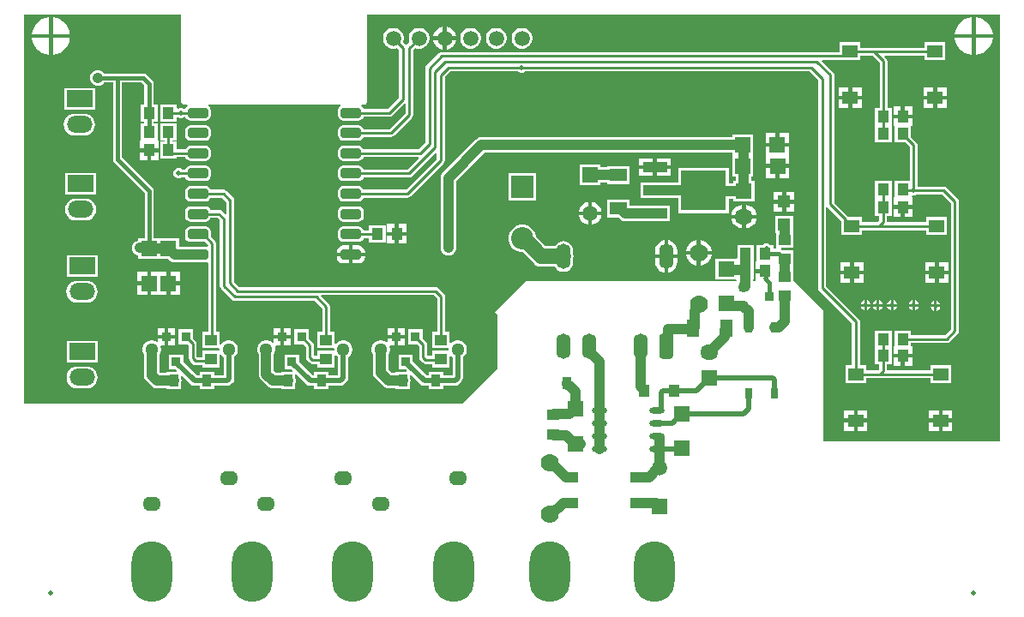
<source format=gtl>
G04*
G04 #@! TF.GenerationSoftware,Altium Limited,Altium Designer,21.2.1 (34)*
G04*
G04 Layer_Physical_Order=1*
G04 Layer_Color=255*
%FSTAX24Y24*%
%MOIN*%
G70*
G04*
G04 #@! TF.SameCoordinates,9334BE2B-5F1B-4A57-B983-AC11F37A1BB9*
G04*
G04*
G04 #@! TF.FilePolarity,Positive*
G04*
G01*
G75*
%ADD14C,0.0100*%
%ADD19C,0.0197*%
G04:AMPARAMS|DCode=20|XSize=39.4mil|YSize=78.7mil|CornerRadius=9.8mil|HoleSize=0mil|Usage=FLASHONLY|Rotation=90.000|XOffset=0mil|YOffset=0mil|HoleType=Round|Shape=RoundedRectangle|*
%AMROUNDEDRECTD20*
21,1,0.0394,0.0591,0,0,90.0*
21,1,0.0197,0.0787,0,0,90.0*
1,1,0.0197,0.0295,0.0098*
1,1,0.0197,0.0295,-0.0098*
1,1,0.0197,-0.0295,-0.0098*
1,1,0.0197,-0.0295,0.0098*
%
%ADD20ROUNDEDRECTD20*%
%ADD21R,0.0630X0.0598*%
%ADD22R,0.0394X0.0472*%
%ADD23O,0.0591X0.0236*%
%ADD24R,0.0472X0.0394*%
%ADD25R,0.0600X0.0500*%
%ADD26R,0.0449X0.0472*%
%ADD27R,0.0472X0.0449*%
%ADD28R,0.0500X0.0650*%
%ADD29R,0.0315X0.0394*%
%ADD30R,0.0374X0.0354*%
%ADD31R,0.0512X0.0453*%
%ADD32R,0.0598X0.0630*%
%ADD33R,0.0945X0.0394*%
%ADD34R,0.1772X0.1575*%
%ADD35R,0.0650X0.0500*%
%ADD36R,0.0358X0.0480*%
%ADD37R,0.0354X0.0374*%
%ADD72C,0.0150*%
%ADD73C,0.0394*%
%ADD74C,0.0591*%
%ADD75C,0.0200*%
%ADD76C,0.0591*%
%ADD77R,0.0591X0.0591*%
%ADD78O,0.1575X0.2362*%
%ADD79C,0.0700*%
%ADD80C,0.0866*%
%ADD81R,0.0866X0.0866*%
%ADD82O,0.1000X0.0650*%
%ADD83R,0.1000X0.0650*%
%ADD84R,0.0622X0.0591*%
%ADD85O,0.0709X0.0591*%
%ADD86O,0.0551X0.0984*%
G04:AMPARAMS|DCode=87|XSize=98.4mil|YSize=55.1mil|CornerRadius=13.8mil|HoleSize=0mil|Usage=FLASHONLY|Rotation=90.000|XOffset=0mil|YOffset=0mil|HoleType=Round|Shape=RoundedRectangle|*
%AMROUNDEDRECTD87*
21,1,0.0984,0.0276,0,0,90.0*
21,1,0.0709,0.0551,0,0,90.0*
1,1,0.0276,0.0138,0.0354*
1,1,0.0276,0.0138,-0.0354*
1,1,0.0276,-0.0138,-0.0354*
1,1,0.0276,-0.0138,0.0354*
%
%ADD87ROUNDEDRECTD87*%
%ADD88C,0.0598*%
%ADD89O,0.0709X0.0551*%
%ADD90C,0.0512*%
%ADD91C,0.0197*%
%ADD92C,0.0394*%
G36*
X050577Y04273D02*
X050577Y02712D01*
X04374D01*
X0437Y02716D01*
Y032204D01*
X042564Y03334D01*
X042536D01*
Y03384D01*
X042536D01*
Y03388D01*
X042536D01*
Y034528D01*
X042116D01*
X042098Y034546D01*
X042085Y034555D01*
X042073Y034623D01*
X04208Y034632D01*
X042536D01*
Y03528D01*
X042536D01*
Y035873D01*
X041824D01*
Y035221D01*
X041864D01*
Y034648D01*
X041864Y034632D01*
X041828Y034598D01*
X04176D01*
Y034756D01*
X041614D01*
X041602Y034768D01*
X041529Y034798D01*
X041451D01*
X041378Y034768D01*
X041366Y034756D01*
X041112D01*
Y034116D01*
X041062D01*
Y033805D01*
X041436D01*
Y033655D01*
X041062D01*
Y033344D01*
X041013Y03334D01*
X040956D01*
Y033394D01*
X041008D01*
Y034066D01*
X041008D01*
X041008Y034084D01*
X041008D01*
Y034756D01*
X04036D01*
Y034266D01*
X040345Y034222D01*
X039515D01*
Y033424D01*
X040296D01*
X040322Y033378D01*
X040307Y033341D01*
X040306Y03334D01*
X03214Y03334D01*
X03093Y03213D01*
X03103Y03203D01*
Y02994D01*
X02967Y02858D01*
X012653D01*
X012653Y043707D01*
X018737D01*
Y04036D01*
X018749Y040301D01*
X018782Y040252D01*
X018831Y040219D01*
X01889Y040207D01*
X018983D01*
X018998Y040157D01*
X018962Y040133D01*
X018918Y040067D01*
X018914Y040049D01*
X018866Y040044D01*
X018852Y040058D01*
X018779Y040088D01*
X018701D01*
X018628Y040058D01*
X018624Y040055D01*
X018574Y04007D01*
Y040216D01*
X017926D01*
Y039544D01*
X018574D01*
Y039706D01*
X018624Y039725D01*
X018628Y039722D01*
X018701Y039692D01*
X018779D01*
X018852Y039722D01*
X018865Y039735D01*
X018915Y039729D01*
X018918Y039716D01*
X018962Y03965D01*
X019027Y039606D01*
X019105Y039591D01*
X019695D01*
X019773Y039606D01*
X019838Y03965D01*
X019882Y039716D01*
X019898Y039793D01*
Y03999D01*
X019882Y040067D01*
X019838Y040133D01*
X019802Y040157D01*
X019817Y040207D01*
X024923D01*
X024938Y040157D01*
X024902Y040133D01*
X024858Y040067D01*
X024842Y03999D01*
Y039793D01*
X024858Y039716D01*
X024902Y03965D01*
X024967Y039606D01*
X025045Y039591D01*
X025635D01*
X025713Y039606D01*
X025778Y03965D01*
X025822Y039716D01*
X025827Y039738D01*
X026831D01*
X02689Y03975D01*
X026939Y039783D01*
X027411Y040255D01*
X027457Y040236D01*
Y039863D01*
X026851Y039257D01*
X025827D01*
X025822Y03928D01*
X025778Y039346D01*
X025713Y03939D01*
X025635Y039405D01*
X025045D01*
X024967Y03939D01*
X024902Y039346D01*
X024858Y03928D01*
X024842Y039203D01*
Y039006D01*
X024858Y038928D01*
X024902Y038863D01*
X024967Y038819D01*
X025045Y038804D01*
X025635D01*
X025713Y038819D01*
X025778Y038863D01*
X025822Y038928D01*
X025827Y038951D01*
X026914D01*
X026973Y038963D01*
X027022Y038996D01*
X027718Y039692D01*
X027751Y039741D01*
X027763Y0398D01*
Y042347D01*
X027835Y042419D01*
X027836Y042418D01*
X027937Y042391D01*
X028043D01*
X028144Y042418D01*
X028235Y042471D01*
X028309Y042545D01*
X028362Y042636D01*
X028389Y042737D01*
Y042843D01*
X028362Y042944D01*
X028309Y043035D01*
X028235Y043109D01*
X028144Y043162D01*
X028043Y043189D01*
X027937D01*
X027836Y043162D01*
X027745Y043109D01*
X027671Y043035D01*
X027618Y042944D01*
X027591Y042843D01*
Y042737D01*
X027618Y042636D01*
X027619Y042635D01*
X027522Y042538D01*
X027477Y04253D01*
X027456Y04254D01*
X027361Y042635D01*
X027362Y042636D01*
X027389Y042737D01*
Y042843D01*
X027362Y042944D01*
X027309Y043035D01*
X027235Y043109D01*
X027144Y043162D01*
X027043Y043189D01*
X026937D01*
X026836Y043162D01*
X026745Y043109D01*
X026671Y043035D01*
X026618Y042944D01*
X026591Y042843D01*
Y042737D01*
X026618Y042636D01*
X026671Y042545D01*
X026745Y042471D01*
X026836Y042418D01*
X026937Y042391D01*
X027043D01*
X027144Y042418D01*
X027145Y042419D01*
X027207Y042357D01*
Y040484D01*
X026768Y040044D01*
X025827D01*
X025822Y040067D01*
X025778Y040133D01*
X025742Y040157D01*
X025757Y040207D01*
X02583D01*
X025889Y040219D01*
X025938Y040252D01*
X025971Y040301D01*
X025983Y04036D01*
Y043707D01*
X050577D01*
Y04273D01*
D02*
G37*
%LPC*%
G36*
X049624Y043616D02*
Y042951D01*
X050289D01*
X050261Y043092D01*
X050205Y043227D01*
X050124Y043348D01*
X050021Y043451D01*
X0499Y043532D01*
X049765Y043588D01*
X049624Y043616D01*
D02*
G37*
G36*
X049474D02*
X049333Y043588D01*
X049198Y043532D01*
X049077Y043451D01*
X048974Y043348D01*
X048893Y043227D01*
X048837Y043092D01*
X048809Y042951D01*
X049474D01*
Y043616D01*
D02*
G37*
G36*
X013756D02*
Y042951D01*
X014421D01*
X014393Y043092D01*
X014337Y043227D01*
X014256Y043348D01*
X014153Y043451D01*
X014032Y043532D01*
X013897Y043588D01*
X013756Y043616D01*
D02*
G37*
G36*
X013606D02*
X013465Y043588D01*
X01333Y043532D01*
X013209Y043451D01*
X013106Y043348D01*
X013025Y043227D01*
X012969Y043092D01*
X012941Y042951D01*
X013606D01*
Y043616D01*
D02*
G37*
G36*
X029065Y043235D02*
Y042865D01*
X029435D01*
X029409Y042963D01*
X029349Y043066D01*
X029266Y043149D01*
X029163Y043209D01*
X029065Y043235D01*
D02*
G37*
G36*
X028915D02*
X028817Y043209D01*
X028714Y043149D01*
X028631Y043066D01*
X028571Y042963D01*
X028545Y042865D01*
X028915D01*
Y043235D01*
D02*
G37*
G36*
X04845Y04263D02*
X04765D01*
Y042423D01*
X04515D01*
Y04263D01*
X04435D01*
Y042258D01*
X028869D01*
X028811Y042246D01*
X028761Y042213D01*
X028282Y041734D01*
X028249Y041684D01*
X028237Y041626D01*
Y038743D01*
X027964Y03847D01*
X025827D01*
X025822Y038493D01*
X025778Y038559D01*
X025713Y038602D01*
X025635Y038618D01*
X025045D01*
X024967Y038602D01*
X024902Y038559D01*
X024858Y038493D01*
X024842Y038416D01*
Y038219D01*
X024858Y038141D01*
X024902Y038076D01*
X024967Y038032D01*
X025045Y038016D01*
X025635D01*
X025713Y038032D01*
X025778Y038076D01*
X025822Y038141D01*
X025827Y038164D01*
X027958D01*
X027979Y038114D01*
X027547Y037683D01*
X025827D01*
X025822Y037706D01*
X025778Y037771D01*
X025713Y037815D01*
X025635Y037831D01*
X025045D01*
X024967Y037815D01*
X024902Y037771D01*
X024858Y037706D01*
X024842Y037628D01*
Y037432D01*
X024858Y037354D01*
X024902Y037289D01*
X024967Y037245D01*
X025045Y037229D01*
X025635D01*
X025713Y037245D01*
X025778Y037289D01*
X025822Y037354D01*
X025827Y037377D01*
X027611D01*
X027669Y037389D01*
X027719Y037422D01*
X028641Y038344D01*
X028687Y038325D01*
Y038093D01*
X02749Y036896D01*
X025827D01*
X025822Y036919D01*
X025778Y036984D01*
X025713Y037028D01*
X025635Y037044D01*
X025045D01*
X024967Y037028D01*
X024902Y036984D01*
X024858Y036919D01*
X024842Y036841D01*
Y036644D01*
X024858Y036567D01*
X024902Y036501D01*
X024967Y036458D01*
X025045Y036442D01*
X025635D01*
X025713Y036458D01*
X025778Y036501D01*
X025822Y036567D01*
X025827Y03659D01*
X027553D01*
X027611Y036602D01*
X027661Y036635D01*
X028948Y037922D01*
X028981Y037971D01*
X028993Y03803D01*
Y041277D01*
X029213Y041497D01*
X031852D01*
X031873Y041477D01*
X031946Y041447D01*
X032024D01*
X032097Y041477D01*
X032118Y041497D01*
X043167D01*
X043507Y041157D01*
Y03308D01*
X043518Y033022D01*
X043552Y032972D01*
X044817Y031707D01*
Y03007D01*
X04457D01*
Y02937D01*
X04537D01*
Y029567D01*
X04592D01*
X04592Y029567D01*
X04787D01*
Y02937D01*
X04867D01*
Y03007D01*
X04787D01*
Y029873D01*
X046183D01*
Y030104D01*
X046368D01*
Y030776D01*
X046364D01*
Y031426D01*
X045716D01*
Y030754D01*
X04572D01*
Y030104D01*
X045877D01*
Y029893D01*
X045857Y029873D01*
X04537D01*
Y03007D01*
X045123D01*
Y03177D01*
X045111Y031829D01*
X045078Y031878D01*
X043813Y033144D01*
Y036205D01*
X043859Y036221D01*
X043863Y036221D01*
X04442Y035664D01*
Y03513D01*
X04522D01*
Y035327D01*
X0457D01*
X0457Y035327D01*
X04772D01*
Y03513D01*
X04852D01*
Y03583D01*
X04772D01*
Y035633D01*
X046197D01*
X046183Y03565D01*
Y035884D01*
X046368D01*
Y036525D01*
X046368Y036556D01*
X046368Y036556D01*
X046364Y036574D01*
X046364D01*
Y037246D01*
X045716D01*
Y036605D01*
X045716Y036574D01*
X045716Y036574D01*
X04572Y036556D01*
X04572D01*
Y035884D01*
X045877D01*
Y035713D01*
X045797Y035633D01*
X0457D01*
X0457Y035633D01*
X04522D01*
Y03583D01*
X044684D01*
X044678Y035838D01*
X044123Y036393D01*
Y041374D01*
X044111Y041432D01*
X044078Y041482D01*
X043654Y041906D01*
X043673Y041952D01*
X04435D01*
Y04193D01*
X04515D01*
Y042117D01*
X045607D01*
X045891Y041833D01*
Y040086D01*
X04572D01*
Y039414D01*
X045716Y039406D01*
X045716D01*
Y038734D01*
X046364D01*
Y039406D01*
X046368Y039414D01*
X046368D01*
Y040086D01*
X046197D01*
Y041896D01*
X046185Y041955D01*
X046152Y042004D01*
X046085Y042071D01*
X046105Y042117D01*
X04765D01*
Y04193D01*
X04845D01*
Y04263D01*
D02*
G37*
G36*
X032043Y043189D02*
X031937D01*
X031836Y043162D01*
X031745Y043109D01*
X031671Y043035D01*
X031618Y042944D01*
X031591Y042843D01*
Y042737D01*
X031618Y042636D01*
X031671Y042545D01*
X031745Y042471D01*
X031836Y042418D01*
X031937Y042391D01*
X032043D01*
X032144Y042418D01*
X032235Y042471D01*
X032309Y042545D01*
X032362Y042636D01*
X032389Y042737D01*
Y042843D01*
X032362Y042944D01*
X032309Y043035D01*
X032235Y043109D01*
X032144Y043162D01*
X032043Y043189D01*
D02*
G37*
G36*
X031043D02*
X030937D01*
X030836Y043162D01*
X030745Y043109D01*
X030671Y043035D01*
X030618Y042944D01*
X030591Y042843D01*
Y042737D01*
X030618Y042636D01*
X030671Y042545D01*
X030745Y042471D01*
X030836Y042418D01*
X030937Y042391D01*
X031043D01*
X031144Y042418D01*
X031235Y042471D01*
X031309Y042545D01*
X031362Y042636D01*
X031389Y042737D01*
Y042843D01*
X031362Y042944D01*
X031309Y043035D01*
X031235Y043109D01*
X031144Y043162D01*
X031043Y043189D01*
D02*
G37*
G36*
X030043D02*
X029937D01*
X029836Y043162D01*
X029745Y043109D01*
X029671Y043035D01*
X029618Y042944D01*
X029591Y042843D01*
Y042737D01*
X029618Y042636D01*
X029671Y042545D01*
X029745Y042471D01*
X029836Y042418D01*
X029937Y042391D01*
X030043D01*
X030144Y042418D01*
X030235Y042471D01*
X030309Y042545D01*
X030362Y042636D01*
X030389Y042737D01*
Y042843D01*
X030362Y042944D01*
X030309Y043035D01*
X030235Y043109D01*
X030144Y043162D01*
X030043Y043189D01*
D02*
G37*
G36*
X029435Y042715D02*
X029065D01*
Y042345D01*
X029163Y042371D01*
X029266Y042431D01*
X029349Y042514D01*
X029409Y042617D01*
X029435Y042715D01*
D02*
G37*
G36*
X028915D02*
X028545D01*
X028571Y042617D01*
X028631Y042514D01*
X028714Y042431D01*
X028817Y042371D01*
X028915Y042345D01*
Y042715D01*
D02*
G37*
G36*
X050289Y042801D02*
X049624D01*
Y042136D01*
X049765Y042164D01*
X0499Y042219D01*
X050021Y042301D01*
X050124Y042404D01*
X050205Y042525D01*
X050261Y04266D01*
X050289Y042801D01*
D02*
G37*
G36*
X049474D02*
X048809D01*
X048837Y04266D01*
X048893Y042525D01*
X048974Y042404D01*
X049077Y042301D01*
X049198Y042219D01*
X049333Y042164D01*
X049474Y042136D01*
Y042801D01*
D02*
G37*
G36*
X014421D02*
X013756D01*
Y042136D01*
X013897Y042164D01*
X014032Y042219D01*
X014153Y042301D01*
X014256Y042404D01*
X014337Y042525D01*
X014393Y04266D01*
X014421Y042801D01*
D02*
G37*
G36*
X013606D02*
X012941D01*
X012969Y04266D01*
X013025Y042525D01*
X013106Y042404D01*
X013209Y042301D01*
X01333Y042219D01*
X013465Y042164D01*
X013606Y042136D01*
Y042801D01*
D02*
G37*
G36*
X0452Y04088D02*
X044825D01*
Y040555D01*
X0452D01*
Y04088D01*
D02*
G37*
G36*
X044675D02*
X0443D01*
Y040555D01*
X044675D01*
Y04088D01*
D02*
G37*
G36*
X0485Y04088D02*
X048125D01*
Y040555D01*
X0485D01*
Y04088D01*
D02*
G37*
G36*
X047975D02*
X0476D01*
Y040555D01*
X047975D01*
Y04088D01*
D02*
G37*
G36*
X0485Y040405D02*
X048125D01*
Y04008D01*
X0485D01*
Y040405D01*
D02*
G37*
G36*
X047975D02*
X0476D01*
Y04008D01*
X047975D01*
Y040405D01*
D02*
G37*
G36*
X0452Y040405D02*
X044825D01*
Y04008D01*
X0452D01*
Y040405D01*
D02*
G37*
G36*
X044675D02*
X0443D01*
Y04008D01*
X044675D01*
Y040405D01*
D02*
G37*
G36*
X015216Y040858D02*
X015201Y040855D01*
X01419D01*
Y040005D01*
X01539D01*
Y040855D01*
X015231D01*
X015216Y040858D01*
D02*
G37*
G36*
X04717Y040136D02*
X046871D01*
Y039825D01*
X04717D01*
Y040136D01*
D02*
G37*
G36*
X046721D02*
X046422D01*
Y039825D01*
X046721D01*
Y040136D01*
D02*
G37*
G36*
X014965Y039859D02*
X014615D01*
X014504Y039844D01*
X014401Y039801D01*
X014312Y039733D01*
X014244Y039644D01*
X014201Y039541D01*
X014186Y03943D01*
X014201Y039319D01*
X014244Y039216D01*
X014312Y039127D01*
X014401Y039059D01*
X014504Y039016D01*
X014615Y039001D01*
X014965D01*
X015076Y039016D01*
X015179Y039059D01*
X015268Y039127D01*
X015336Y039216D01*
X015379Y039319D01*
X015394Y03943D01*
X015379Y039541D01*
X015336Y039644D01*
X015268Y039733D01*
X015179Y039801D01*
X015076Y039844D01*
X014965Y039859D01*
D02*
G37*
G36*
X019695Y039405D02*
X019105D01*
X019027Y03939D01*
X018962Y039346D01*
X018918Y03928D01*
X018902Y039203D01*
Y039006D01*
X018918Y038928D01*
X018962Y038863D01*
X019027Y038819D01*
X019105Y038804D01*
X019695D01*
X019773Y038819D01*
X019838Y038863D01*
X019882Y038928D01*
X019898Y039006D01*
Y039203D01*
X019882Y03928D01*
X019838Y039346D01*
X019773Y03939D01*
X019695Y039405D01*
D02*
G37*
G36*
X042366Y039105D02*
X041991D01*
Y038715D01*
X042366D01*
Y039105D01*
D02*
G37*
G36*
X041841D02*
X041467D01*
Y038715D01*
X041841D01*
Y039105D01*
D02*
G37*
G36*
X0155Y041549D02*
X015423Y041539D01*
X01535Y041509D01*
X015288Y041462D01*
X015241Y0414D01*
X015211Y041327D01*
X015201Y04125D01*
X015211Y041173D01*
X015241Y0411D01*
X015288Y041038D01*
X015298Y041028D01*
X01536Y040981D01*
X015433Y040951D01*
X01551Y040941D01*
X015587Y040951D01*
X01566Y040981D01*
X015722Y041028D01*
X015747Y041062D01*
X016092D01*
Y03808D01*
X016105Y038012D01*
X016144Y037954D01*
X017322Y036776D01*
Y035002D01*
X017085D01*
Y034922D01*
X017055Y034918D01*
X016982Y034888D01*
X01692Y034841D01*
X016873Y034779D01*
X016843Y034707D01*
X016833Y034629D01*
X016843Y034552D01*
X016873Y034479D01*
X01692Y034417D01*
X016982Y03437D01*
X017055Y03434D01*
X017085Y034336D01*
Y034204D01*
X018242D01*
X018276Y03417D01*
X018338Y034122D01*
X018368Y03411D01*
X01841Y034092D01*
X018488Y034082D01*
X019098D01*
X019105Y034081D01*
X019695D01*
X019741Y03409D01*
X019791Y034053D01*
Y03138D01*
X019564D01*
Y030732D01*
X020192D01*
X020237Y030727D01*
X02024Y030683D01*
Y030677D01*
X020237Y030633D01*
X020192Y030628D01*
X019564D01*
Y030383D01*
X019363D01*
X019353Y030393D01*
Y030894D01*
X019341Y030953D01*
X019308Y031002D01*
X019201Y031109D01*
Y031467D01*
X018647D01*
Y030893D01*
X018985D01*
X019047Y030831D01*
Y03033D01*
X019059Y030271D01*
X019092Y030222D01*
X019192Y030122D01*
X019241Y030089D01*
X0193Y030077D01*
X019564D01*
Y02998D01*
X020236D01*
Y030491D01*
X020286Y030505D01*
X020311Y030461D01*
X020378Y030395D01*
X020392Y030387D01*
Y029684D01*
X020023D01*
Y02982D01*
X019465D01*
Y029684D01*
X01934D01*
X018827Y030197D01*
Y030483D01*
X018273D01*
Y029909D01*
X018539D01*
X018581Y029866D01*
X018562Y02982D01*
X018177D01*
Y029779D01*
X017924D01*
X017903Y0298D01*
Y030487D01*
X017936Y030543D01*
X01796Y030633D01*
Y030727D01*
X017942Y030793D01*
X017974Y030843D01*
X018101D01*
Y031105D01*
X017849D01*
Y031006D01*
X017799Y030978D01*
X017741Y031012D01*
X017651Y031036D01*
X017557D01*
X017467Y031012D01*
X017385Y030965D01*
X017319Y030899D01*
X017272Y030817D01*
X017248Y030727D01*
Y030633D01*
X017272Y030543D01*
X017305Y030487D01*
Y029676D01*
X017315Y029599D01*
X017345Y029526D01*
X017392Y029464D01*
X017588Y029268D01*
X01765Y029221D01*
X017723Y029191D01*
X0178Y029181D01*
X018177D01*
Y02914D01*
X018735D01*
Y029378D01*
X018746Y029403D01*
X018756Y02948D01*
X018746Y029557D01*
X018735Y029582D01*
Y029647D01*
X018782Y029666D01*
X019112Y029336D01*
X019178Y029292D01*
X019256Y029276D01*
X019465D01*
Y02914D01*
X020023D01*
Y029276D01*
X020537D01*
X020616Y029292D01*
X020682Y029336D01*
X02072Y029375D01*
X020744Y02939D01*
X020788Y029457D01*
X020804Y029535D01*
X0208Y029554D01*
Y030387D01*
X020815Y030395D01*
X020881Y030461D01*
X020928Y030543D01*
X020952Y030633D01*
Y030727D01*
X020928Y030817D01*
X020881Y030899D01*
X020815Y030965D01*
X020733Y031012D01*
X020643Y031036D01*
X020549D01*
X020459Y031012D01*
X020378Y030965D01*
X020311Y030899D01*
X020286Y030855D01*
X020236Y030869D01*
Y03138D01*
X020097D01*
Y034822D01*
X020085Y03488D01*
X020052Y03493D01*
X019898Y035084D01*
Y035267D01*
X019882Y035344D01*
X019838Y03541D01*
X019773Y035454D01*
X019695Y035469D01*
X019105D01*
X019027Y035454D01*
X018962Y03541D01*
X018918Y035344D01*
X018902Y035267D01*
Y03507D01*
X018918Y034993D01*
X018962Y034927D01*
X019027Y034883D01*
X019105Y034868D01*
X019681D01*
X019791Y034758D01*
Y03471D01*
X019741Y034673D01*
X019695Y034682D01*
X019105D01*
X019098Y034681D01*
X018665D01*
Y035002D01*
X017678D01*
Y03685D01*
X017678Y03685D01*
X017665Y036918D01*
X017626Y036976D01*
X017626Y036976D01*
X016448Y038154D01*
Y041062D01*
X017206D01*
X01732Y040948D01*
Y040216D01*
X017174D01*
Y039544D01*
X01732D01*
Y039491D01*
X017174D01*
X017174Y038819D01*
X017125Y038816D01*
X017124D01*
Y038505D01*
X017872D01*
Y038816D01*
X017871D01*
X017822Y038819D01*
X017822Y038866D01*
Y039491D01*
X017676D01*
Y039544D01*
X017822D01*
Y040216D01*
X017676D01*
Y041022D01*
X017663Y04109D01*
X017624Y041148D01*
X017624Y041148D01*
X017406Y041366D01*
X017348Y041405D01*
X01728Y041418D01*
X015747D01*
X015722Y041452D01*
X015712Y041462D01*
X01565Y041509D01*
X015577Y041539D01*
X0155Y041549D01*
D02*
G37*
G36*
X017872Y038355D02*
X017573D01*
Y038044D01*
X017872D01*
Y038355D01*
D02*
G37*
G36*
X017423D02*
X017124D01*
Y038044D01*
X017423D01*
Y038355D01*
D02*
G37*
G36*
X018574Y039491D02*
X017926D01*
Y038819D01*
X018097D01*
Y038766D01*
X017926D01*
Y038094D01*
X018574D01*
Y038164D01*
X018913D01*
X018918Y038141D01*
X018962Y038076D01*
X019027Y038032D01*
X019105Y038016D01*
X019695D01*
X019773Y038032D01*
X019838Y038076D01*
X019882Y038141D01*
X019898Y038219D01*
Y038416D01*
X019882Y038493D01*
X019838Y038559D01*
X019773Y038602D01*
X019695Y038618D01*
X019105D01*
X019027Y038602D01*
X018962Y038559D01*
X018918Y038493D01*
X018913Y03847D01*
X018574D01*
Y038766D01*
X018403D01*
Y038819D01*
X018574D01*
Y039491D01*
D02*
G37*
G36*
X042366Y038565D02*
X041916D01*
X041467D01*
Y038175D01*
X041477D01*
Y037895D01*
X041926D01*
X042376D01*
Y038285D01*
X042366D01*
Y038565D01*
D02*
G37*
G36*
X037783Y038122D02*
X037235D01*
Y037851D01*
X037783D01*
Y038122D01*
D02*
G37*
G36*
X037085D02*
X036538D01*
Y037851D01*
X037085D01*
Y038122D01*
D02*
G37*
G36*
X019695Y037831D02*
X019105D01*
X019027Y037815D01*
X018962Y037771D01*
X018918Y037706D01*
X018913Y037683D01*
X018778D01*
X018762Y037698D01*
X018689Y037728D01*
X018611D01*
X018538Y037698D01*
X018482Y037642D01*
X018452Y037569D01*
Y037491D01*
X018482Y037418D01*
X018538Y037362D01*
X018611Y037332D01*
X018689D01*
X018762Y037362D01*
X018778Y037377D01*
X018913D01*
X018918Y037354D01*
X018962Y037289D01*
X019027Y037245D01*
X019105Y037229D01*
X019695D01*
X019773Y037245D01*
X019838Y037289D01*
X019882Y037354D01*
X019898Y037432D01*
Y037628D01*
X019882Y037706D01*
X019838Y037771D01*
X019773Y037815D01*
X019695Y037831D01*
D02*
G37*
G36*
X037783Y037701D02*
X037235D01*
Y037429D01*
X037783D01*
Y037701D01*
D02*
G37*
G36*
X037085D02*
X036538D01*
Y037429D01*
X037085D01*
Y037701D01*
D02*
G37*
G36*
X042376Y037745D02*
X042001D01*
Y037355D01*
X042376D01*
Y037745D01*
D02*
G37*
G36*
X041851D02*
X041477D01*
Y037355D01*
X041851D01*
Y037745D01*
D02*
G37*
G36*
X040969Y039055D02*
X040171D01*
Y038939D01*
X03041D01*
X030333Y038929D01*
X03026Y038899D01*
X030198Y038852D01*
X028918Y037572D01*
X028871Y03751D01*
X028841Y037437D01*
X028831Y03736D01*
Y03463D01*
X028833Y034611D01*
Y034591D01*
X028838Y034572D01*
X028841Y034553D01*
X028848Y034534D01*
X028853Y034515D01*
X028863Y034498D01*
X028871Y03448D01*
X028883Y034465D01*
X028892Y034448D01*
X028906Y034434D01*
X028918Y034418D01*
X028934Y034406D01*
X028948Y034392D01*
X028965Y034383D01*
X02898Y034371D01*
X028998Y034363D01*
X029015Y034353D01*
X029034Y034348D01*
X029053Y034341D01*
X029072Y034338D01*
X029091Y034333D01*
X029111D01*
X02913Y034331D01*
X029149Y034333D01*
X029169D01*
X029188Y034338D01*
X029207Y034341D01*
X029226Y034348D01*
X029245Y034353D01*
X029262Y034363D01*
X02928Y034371D01*
X029295Y034383D01*
X029312Y034392D01*
X029326Y034406D01*
X029342Y034418D01*
X029354Y034434D01*
X029368Y034448D01*
X029377Y034465D01*
X029389Y03448D01*
X029397Y034498D01*
X029407Y034515D01*
X029412Y034534D01*
X029419Y034553D01*
X029422Y034572D01*
X029427Y034591D01*
Y034611D01*
X029429Y03463D01*
Y037236D01*
X030534Y038341D01*
X040171D01*
Y038225D01*
X040181D01*
Y037405D01*
X040296D01*
Y037245D01*
X040209D01*
Y037149D01*
X040036D01*
Y037757D01*
X038064D01*
Y037175D01*
X03716D01*
X037141Y037172D01*
X036588D01*
Y036579D01*
X037141D01*
X03716Y036576D01*
X038064D01*
Y035983D01*
X040036D01*
Y036551D01*
X040209D01*
Y036455D01*
X041031D01*
Y037245D01*
X040894D01*
Y037405D01*
X040979D01*
Y038235D01*
X040969D01*
Y039055D01*
D02*
G37*
G36*
X035035Y037875D02*
X034245D01*
Y037085D01*
X035035D01*
Y037176D01*
X035305D01*
Y03712D01*
X036155D01*
Y03782D01*
X035305D01*
Y037774D01*
X035035D01*
Y037875D01*
D02*
G37*
G36*
X015216Y037558D02*
X015201Y037555D01*
X01424D01*
Y036705D01*
X01544D01*
Y037555D01*
X015231D01*
X015216Y037558D01*
D02*
G37*
G36*
X042586Y036809D02*
X042255D01*
Y036508D01*
X042586D01*
Y036809D01*
D02*
G37*
G36*
X042105D02*
X041774D01*
Y036508D01*
X042105D01*
Y036809D01*
D02*
G37*
G36*
X032543Y037533D02*
X031477D01*
Y036467D01*
X032543D01*
Y037533D01*
D02*
G37*
G36*
X042586Y036358D02*
X042255D01*
Y036057D01*
X042586D01*
Y036358D01*
D02*
G37*
G36*
X042105D02*
X041774D01*
Y036057D01*
X042105D01*
Y036358D01*
D02*
G37*
G36*
X034715Y036421D02*
Y036055D01*
X035081D01*
X035055Y036152D01*
X034996Y036253D01*
X034913Y036336D01*
X034812Y036395D01*
X034715Y036421D01*
D02*
G37*
G36*
X034565D02*
X034468Y036395D01*
X034367Y036336D01*
X034284Y036253D01*
X034225Y036152D01*
X034199Y036055D01*
X034565D01*
Y036421D01*
D02*
G37*
G36*
X019695Y037044D02*
X019105D01*
X019027Y037028D01*
X018962Y036984D01*
X018918Y036919D01*
X018902Y036841D01*
Y036644D01*
X018918Y036567D01*
X018962Y036501D01*
X019027Y036458D01*
X019105Y036442D01*
X019695D01*
X019773Y036458D01*
X019838Y036501D01*
X019882Y036567D01*
X019887Y03659D01*
X020333D01*
X020497Y036426D01*
Y035958D01*
X020451Y035939D01*
X020326Y036064D01*
X020277Y036097D01*
X020218Y036109D01*
X019887D01*
X019882Y036132D01*
X019838Y036197D01*
X019773Y036241D01*
X019695Y036256D01*
X019105D01*
X019027Y036241D01*
X018962Y036197D01*
X018918Y036132D01*
X018902Y036054D01*
Y035857D01*
X018918Y03578D01*
X018962Y035714D01*
X019027Y03567D01*
X019105Y035655D01*
X019695D01*
X019773Y03567D01*
X019838Y035714D01*
X019882Y03578D01*
X019887Y035803D01*
X020155D01*
X020247Y035711D01*
Y033158D01*
X020259Y0331D01*
X020292Y03305D01*
X02072Y032622D01*
X02077Y032589D01*
X020828Y032577D01*
X023937D01*
X024222Y032292D01*
Y03138D01*
X024039D01*
Y030732D01*
X024687D01*
X02469Y030727D01*
Y030633D01*
X024687Y030628D01*
X024039D01*
Y030433D01*
X023913D01*
X023903Y030443D01*
Y030844D01*
X023891Y030903D01*
X023858Y030952D01*
X023701Y031109D01*
Y031467D01*
X023147D01*
Y030893D01*
X023485D01*
X023597Y030781D01*
Y03038D01*
X023609Y030321D01*
X023642Y030272D01*
X023742Y030172D01*
X023791Y030139D01*
X02385Y030127D01*
X024039D01*
Y02998D01*
X024711D01*
Y030448D01*
X024761Y030462D01*
X024761Y030461D01*
X024828Y030395D01*
X024842Y030387D01*
Y029684D01*
X024473D01*
Y02982D01*
X023915D01*
Y029684D01*
X02384D01*
X023327Y030197D01*
Y030483D01*
X022773D01*
Y029909D01*
X023039D01*
X023081Y029866D01*
X023062Y02982D01*
X022627D01*
Y029779D01*
X022424D01*
X022353Y02985D01*
Y030487D01*
X022386Y030543D01*
X02241Y030633D01*
Y030727D01*
X022392Y030793D01*
X022424Y030843D01*
X022601D01*
Y031105D01*
X022349D01*
Y030959D01*
X022299Y030938D01*
X022272Y030965D01*
X022191Y031012D01*
X022101Y031036D01*
X022007D01*
X021917Y031012D01*
X021835Y030965D01*
X021769Y030899D01*
X021722Y030817D01*
X021698Y030727D01*
Y030633D01*
X021722Y030543D01*
X021755Y030487D01*
Y029726D01*
X021765Y029649D01*
X021795Y029576D01*
X021842Y029514D01*
X022088Y029268D01*
X02215Y029221D01*
X02218Y029208D01*
X022223Y029191D01*
X0223Y029181D01*
X022627D01*
Y02914D01*
X023185D01*
Y029378D01*
X023196Y029403D01*
X023206Y02948D01*
X023196Y029557D01*
X023185Y029582D01*
Y029697D01*
X023232Y029716D01*
X023612Y029336D01*
X023678Y029292D01*
X023756Y029276D01*
X023915D01*
Y02914D01*
X024473D01*
Y029276D01*
X024941D01*
X025019Y029292D01*
X025086Y029336D01*
X02519Y02944D01*
X025234Y029507D01*
X02525Y029585D01*
Y030387D01*
X025265Y030395D01*
X025331Y030461D01*
X025378Y030543D01*
X025402Y030633D01*
Y030727D01*
X025378Y030817D01*
X025331Y030899D01*
X025265Y030965D01*
X025183Y031012D01*
X025093Y031036D01*
X024999D01*
X024909Y031012D01*
X024828Y030965D01*
X024761Y030899D01*
X024761Y030898D01*
X024711Y030912D01*
Y03138D01*
X024528D01*
Y032355D01*
X024516Y032414D01*
X024483Y032463D01*
X024185Y032761D01*
X024205Y032807D01*
X028567D01*
X028697Y032677D01*
Y03138D01*
X028514D01*
Y030732D01*
X029137D01*
X02914Y030727D01*
Y030633D01*
X029137Y030628D01*
X028514D01*
Y030433D01*
X028313D01*
X028303Y030443D01*
Y03087D01*
X028291Y030929D01*
X028258Y030978D01*
X028127Y031109D01*
Y031467D01*
X027573D01*
Y030893D01*
X027911D01*
X027997Y030807D01*
Y03038D01*
X028009Y030321D01*
X028042Y030272D01*
X028142Y030172D01*
X028191Y030139D01*
X02825Y030127D01*
X028514D01*
Y02998D01*
X029186D01*
Y030416D01*
X029236Y030437D01*
X029278Y030395D01*
X029292Y030387D01*
Y029684D01*
X028923D01*
Y02982D01*
X028365D01*
Y029684D01*
X028276D01*
X027757Y030203D01*
X027753Y030206D01*
Y030483D01*
X027199D01*
Y029909D01*
X027468D01*
X027489Y029895D01*
X027517Y029866D01*
X027498Y02982D01*
X027077D01*
Y029771D01*
X026933D01*
X026803Y0299D01*
Y030487D01*
X026836Y030543D01*
X02686Y030633D01*
Y030727D01*
X026842Y030793D01*
X026874Y030843D01*
X027027D01*
Y031105D01*
X026775D01*
Y030978D01*
X026729Y030959D01*
X026722Y030965D01*
X026641Y031012D01*
X026551Y031036D01*
X026457D01*
X026367Y031012D01*
X026285Y030965D01*
X026219Y030899D01*
X026172Y030817D01*
X026148Y030727D01*
Y030633D01*
X026172Y030543D01*
X026205Y030487D01*
Y029776D01*
X026215Y029699D01*
X026245Y029626D01*
X026292Y029564D01*
X026597Y02926D01*
X026659Y029212D01*
X026689Y0292D01*
X026731Y029182D01*
X026809Y029172D01*
X027077D01*
Y02914D01*
X027635D01*
Y029378D01*
X027646Y029403D01*
X027656Y02948D01*
X027646Y029557D01*
X027635Y029582D01*
Y029683D01*
X027682Y029702D01*
X028048Y029336D01*
X028114Y029292D01*
X028192Y029276D01*
X028365D01*
Y02914D01*
X028923D01*
Y029276D01*
X0294D01*
X029478Y029292D01*
X029544Y029336D01*
X02964Y029432D01*
X029684Y029498D01*
X0297Y029576D01*
Y030387D01*
X029715Y030395D01*
X029781Y030461D01*
X029828Y030543D01*
X029852Y030633D01*
Y030727D01*
X029828Y030817D01*
X029781Y030899D01*
X029715Y030965D01*
X029633Y031012D01*
X029543Y031036D01*
X029449D01*
X029359Y031012D01*
X029278Y030965D01*
X029236Y030923D01*
X029186Y030944D01*
Y03138D01*
X029003D01*
Y03274D01*
X028991Y032799D01*
X028958Y032848D01*
X028738Y033068D01*
X028689Y033101D01*
X02863Y033113D01*
X021016D01*
X020803Y033326D01*
Y036489D01*
X020791Y036548D01*
X020758Y036597D01*
X020505Y036851D01*
X020455Y036884D01*
X020396Y036896D01*
X019887D01*
X019882Y036919D01*
X019838Y036984D01*
X019773Y037028D01*
X019695Y037044D01*
D02*
G37*
G36*
X040695Y036297D02*
Y035925D01*
X041118D01*
X041113Y035966D01*
X041068Y036075D01*
X040997Y036168D01*
X040904Y036239D01*
X040795Y036284D01*
X040695Y036297D01*
D02*
G37*
G36*
X040545D02*
X040445Y036284D01*
X040336Y036239D01*
X040243Y036168D01*
X040172Y036075D01*
X040127Y035966D01*
X040122Y035925D01*
X040545D01*
Y036297D01*
D02*
G37*
G36*
X04717Y036145D02*
X046871D01*
Y035834D01*
X04717D01*
Y036145D01*
D02*
G37*
G36*
X046721D02*
X046422D01*
Y035834D01*
X046721D01*
Y036145D01*
D02*
G37*
G36*
X015015Y036559D02*
X014665D01*
X014554Y036544D01*
X014451Y036501D01*
X014362Y036433D01*
X014294Y036344D01*
X014251Y036241D01*
X014236Y03613D01*
X014251Y036019D01*
X014294Y035916D01*
X014362Y035827D01*
X014451Y035759D01*
X014554Y035716D01*
X014665Y035701D01*
X015015D01*
X015126Y035716D01*
X015229Y035759D01*
X015318Y035827D01*
X015386Y035916D01*
X015429Y036019D01*
X015444Y03613D01*
X015429Y036241D01*
X015386Y036344D01*
X015318Y036433D01*
X015229Y036501D01*
X015126Y036544D01*
X015015Y036559D01*
D02*
G37*
G36*
X036155Y03652D02*
X035305D01*
Y03582D01*
X035732D01*
X035788Y035764D01*
X03585Y035716D01*
X035922Y035686D01*
X035999Y035676D01*
X03716D01*
X03718Y035679D01*
X037733D01*
Y036272D01*
X03718D01*
X03716Y036275D01*
X036155D01*
Y03652D01*
D02*
G37*
G36*
X025635Y036256D02*
X025045D01*
X024967Y036241D01*
X024902Y036197D01*
X024858Y036132D01*
X024842Y036054D01*
Y035857D01*
X024858Y03578D01*
X024902Y035714D01*
X024967Y03567D01*
X025045Y035655D01*
X025635D01*
X025713Y03567D01*
X025778Y035714D01*
X025822Y03578D01*
X025838Y035857D01*
Y036054D01*
X025822Y036132D01*
X025778Y036197D01*
X025713Y036241D01*
X025635Y036256D01*
D02*
G37*
G36*
X035081Y035905D02*
X034715D01*
Y035539D01*
X034812Y035565D01*
X034913Y035624D01*
X034996Y035707D01*
X035055Y035808D01*
X035081Y035905D01*
D02*
G37*
G36*
X034565D02*
X034199D01*
X034225Y035808D01*
X034284Y035707D01*
X034367Y035624D01*
X034468Y035565D01*
X034565Y035539D01*
Y035905D01*
D02*
G37*
G36*
X041118Y035775D02*
X040695D01*
Y035403D01*
X040795Y035416D01*
X040904Y035461D01*
X040997Y035532D01*
X041068Y035625D01*
X041113Y035734D01*
X041118Y035775D01*
D02*
G37*
G36*
X040545D02*
X040122D01*
X040127Y035734D01*
X040172Y035625D01*
X040243Y035532D01*
X040336Y035461D01*
X040445Y035416D01*
X040545Y035403D01*
Y035775D01*
D02*
G37*
G36*
X026698Y035516D02*
X02605D01*
Y035322D01*
X025827D01*
X025822Y035344D01*
X025778Y03541D01*
X025713Y035454D01*
X025635Y035469D01*
X025045D01*
X024967Y035454D01*
X024902Y03541D01*
X024858Y035344D01*
X024842Y035267D01*
Y03507D01*
X024858Y034993D01*
X024902Y034927D01*
X024967Y034883D01*
X025045Y034868D01*
X025635D01*
X025713Y034883D01*
X025778Y034927D01*
X025822Y034993D01*
X025827Y035016D01*
X02605D01*
Y034844D01*
X026698D01*
Y035516D01*
D02*
G37*
G36*
X0275Y035566D02*
X027201D01*
Y035255D01*
X0275D01*
Y035566D01*
D02*
G37*
G36*
X027051D02*
X026752D01*
Y035255D01*
X027051D01*
Y035566D01*
D02*
G37*
G36*
X0275Y035105D02*
X027201D01*
Y034794D01*
X0275D01*
Y035105D01*
D02*
G37*
G36*
X027051D02*
X026752D01*
Y034794D01*
X027051D01*
Y035105D01*
D02*
G37*
G36*
X038935Y034938D02*
Y034515D01*
X039358D01*
X039326Y034633D01*
X03926Y034747D01*
X039167Y03484D01*
X039053Y034906D01*
X038935Y034938D01*
D02*
G37*
G36*
X038785D02*
X038667Y034906D01*
X038553Y03484D01*
X03846Y034747D01*
X038394Y034633D01*
X038362Y034515D01*
X038785D01*
Y034938D01*
D02*
G37*
G36*
X025635Y034733D02*
X025415D01*
Y034456D01*
X025889D01*
Y03448D01*
X025869Y034577D01*
X025814Y034659D01*
X025732Y034714D01*
X025635Y034733D01*
D02*
G37*
G36*
X025265D02*
X025045D01*
X024948Y034714D01*
X024866Y034659D01*
X024811Y034577D01*
X024791Y03448D01*
Y034456D01*
X025265D01*
Y034733D01*
D02*
G37*
G36*
X037675Y03494D02*
Y034379D01*
X038029D01*
Y03452D01*
X038015Y034632D01*
X037972Y034735D01*
X037904Y034824D01*
X037815Y034892D01*
X037711Y034935D01*
X037675Y03494D01*
D02*
G37*
G36*
X037525D02*
X037489Y034935D01*
X037385Y034892D01*
X037296Y034824D01*
X037228Y034735D01*
X037185Y034632D01*
X037171Y03452D01*
Y034379D01*
X037525D01*
Y03494D01*
D02*
G37*
G36*
X025889Y034306D02*
X025415D01*
Y03403D01*
X025635D01*
X025732Y034049D01*
X025814Y034104D01*
X025869Y034186D01*
X025889Y034283D01*
Y034306D01*
D02*
G37*
G36*
X025265D02*
X024791D01*
Y034283D01*
X024811Y034186D01*
X024866Y034104D01*
X024948Y034049D01*
X025045Y03403D01*
X025265D01*
Y034306D01*
D02*
G37*
G36*
X039358Y034365D02*
X038935D01*
Y033942D01*
X039053Y033974D01*
X039167Y03404D01*
X03926Y034133D01*
X039326Y034247D01*
X039358Y034365D01*
D02*
G37*
G36*
X038785D02*
X038362D01*
X038394Y034247D01*
X03846Y034133D01*
X038553Y03404D01*
X038667Y033974D01*
X038785Y033942D01*
Y034365D01*
D02*
G37*
G36*
X04527Y03408D02*
X044895D01*
Y033755D01*
X04527D01*
Y03408D01*
D02*
G37*
G36*
X044745D02*
X04437D01*
Y033755D01*
X044745D01*
Y03408D01*
D02*
G37*
G36*
X04857Y03408D02*
X048195D01*
Y033755D01*
X04857D01*
Y03408D01*
D02*
G37*
G36*
X048045D02*
X04767D01*
Y033755D01*
X048045D01*
Y03408D01*
D02*
G37*
G36*
X03208Y035533D02*
X03194D01*
X031804Y035497D01*
X031683Y035427D01*
X031583Y035327D01*
X031513Y035206D01*
X031477Y03507D01*
Y03493D01*
X031513Y034794D01*
X031583Y034673D01*
X031683Y034573D01*
X031804Y034503D01*
X03194Y034467D01*
X032025D01*
X03247Y034022D01*
X03247Y034022D01*
X032552Y033959D01*
X032648Y033919D01*
X032752Y033905D01*
X032752Y033905D01*
X033269D01*
X033272Y033898D01*
X033332Y03382D01*
X033411Y033759D01*
X033502Y033721D01*
X0336Y033709D01*
X033698Y033721D01*
X033789Y033759D01*
X033868Y03382D01*
X033928Y033898D01*
X033966Y033989D01*
X033979Y034087D01*
Y034186D01*
X033985Y034201D01*
X033999Y034304D01*
X033985Y034407D01*
X033979Y034422D01*
Y03452D01*
X033966Y034619D01*
X033928Y03471D01*
X033868Y034788D01*
X033789Y034849D01*
X033698Y034886D01*
X0336Y034899D01*
X033502Y034886D01*
X033411Y034849D01*
X033332Y034788D01*
X033272Y03471D01*
X033269Y034703D01*
X032917D01*
X032541Y035079D01*
X032507Y035206D01*
X032437Y035327D01*
X032337Y035427D01*
X032216Y035497D01*
X03208Y035533D01*
D02*
G37*
G36*
X037525Y034229D02*
X037171D01*
Y034087D01*
X037185Y033976D01*
X037228Y033873D01*
X037296Y033784D01*
X037385Y033716D01*
X037489Y033673D01*
X037525Y033668D01*
Y034229D01*
D02*
G37*
G36*
X038029D02*
X037675D01*
Y033668D01*
X037711Y033673D01*
X037815Y033716D01*
X037904Y033784D01*
X037972Y033873D01*
X038015Y033976D01*
X038029Y034087D01*
Y034229D01*
D02*
G37*
G36*
X015216Y034358D02*
X015201Y034355D01*
X01429D01*
Y033505D01*
X01549D01*
Y034355D01*
X015231D01*
X015216Y034358D01*
D02*
G37*
G36*
X018715Y033706D02*
X018325D01*
Y033332D01*
X018715D01*
Y033706D01*
D02*
G37*
G36*
X017425D02*
X017035D01*
Y033332D01*
X017425D01*
Y033706D01*
D02*
G37*
G36*
X04857Y033605D02*
X048195D01*
Y03328D01*
X04857D01*
Y033605D01*
D02*
G37*
G36*
X048045D02*
X04767D01*
Y03328D01*
X048045D01*
Y033605D01*
D02*
G37*
G36*
X04527Y033605D02*
X044895D01*
Y03328D01*
X04527D01*
Y033605D01*
D02*
G37*
G36*
X044745D02*
X04437D01*
Y03328D01*
X044745D01*
Y033605D01*
D02*
G37*
G36*
X018715Y033182D02*
X018325D01*
Y032808D01*
X018715D01*
Y033182D01*
D02*
G37*
G36*
X018175Y033706D02*
X017575D01*
Y033257D01*
Y032808D01*
X018175D01*
Y033257D01*
Y033706D01*
D02*
G37*
G36*
X017425Y033182D02*
X017035D01*
Y032808D01*
X017425D01*
Y033182D01*
D02*
G37*
G36*
X015065Y033359D02*
X014715D01*
X014604Y033344D01*
X014501Y033301D01*
X014412Y033233D01*
X014344Y033144D01*
X014301Y033041D01*
X014286Y03293D01*
X014301Y032819D01*
X014344Y032716D01*
X014412Y032627D01*
X014501Y032559D01*
X014604Y032516D01*
X014715Y032501D01*
X015065D01*
X015176Y032516D01*
X015279Y032559D01*
X015368Y032627D01*
X015436Y032716D01*
X015479Y032819D01*
X015494Y03293D01*
X015479Y033041D01*
X015436Y033144D01*
X015368Y033233D01*
X015279Y033301D01*
X015176Y033344D01*
X015065Y033359D01*
D02*
G37*
G36*
X04727Y032604D02*
Y03246D01*
X047414D01*
X047388Y032522D01*
X047332Y032578D01*
X04727Y032604D01*
D02*
G37*
G36*
X04717D02*
X047108Y032578D01*
X047052Y032522D01*
X047026Y03246D01*
X04717D01*
Y032604D01*
D02*
G37*
G36*
X0454D02*
Y03246D01*
X045544D01*
X045518Y032522D01*
X045462Y032578D01*
X0454Y032604D01*
D02*
G37*
G36*
X0453D02*
X045238Y032578D01*
X045182Y032522D01*
X045156Y03246D01*
X0453D01*
Y032604D01*
D02*
G37*
G36*
X04643Y032594D02*
Y03245D01*
X046574D01*
X046548Y032512D01*
X046492Y032568D01*
X04643Y032594D01*
D02*
G37*
G36*
X04633D02*
X046268Y032568D01*
X046212Y032512D01*
X046186Y03245D01*
X04633D01*
Y032594D01*
D02*
G37*
G36*
X04587D02*
Y03245D01*
X046014D01*
X045988Y032512D01*
X045932Y032568D01*
X04587Y032594D01*
D02*
G37*
G36*
X04577D02*
X045708Y032568D01*
X045652Y032512D01*
X045626Y03245D01*
X04577D01*
Y032594D01*
D02*
G37*
G36*
X04811Y032574D02*
Y03243D01*
X048254D01*
X048228Y032492D01*
X048172Y032548D01*
X04811Y032574D01*
D02*
G37*
G36*
X04801D02*
X047948Y032548D01*
X047892Y032492D01*
X047866Y03243D01*
X04801D01*
Y032574D01*
D02*
G37*
G36*
X047414Y03236D02*
X04727D01*
Y032216D01*
X047332Y032242D01*
X047388Y032298D01*
X047414Y03236D01*
D02*
G37*
G36*
X04717D02*
X047026D01*
X047052Y032298D01*
X047108Y032242D01*
X04717Y032216D01*
Y03236D01*
D02*
G37*
G36*
X045544D02*
X0454D01*
Y032216D01*
X045462Y032242D01*
X045518Y032298D01*
X045544Y03236D01*
D02*
G37*
G36*
X0453D02*
X045156D01*
X045182Y032298D01*
X045238Y032242D01*
X0453Y032216D01*
Y03236D01*
D02*
G37*
G36*
X046574Y03235D02*
X04643D01*
Y032206D01*
X046492Y032232D01*
X046548Y032288D01*
X046574Y03235D01*
D02*
G37*
G36*
X04633D02*
X046186D01*
X046212Y032288D01*
X046268Y032232D01*
X04633Y032206D01*
Y03235D01*
D02*
G37*
G36*
X046014D02*
X04587D01*
Y032206D01*
X045932Y032232D01*
X045988Y032288D01*
X046014Y03235D01*
D02*
G37*
G36*
X04577D02*
X045626D01*
X045652Y032288D01*
X045708Y032232D01*
X04577Y032206D01*
Y03235D01*
D02*
G37*
G36*
X048254Y03233D02*
X04811D01*
Y032186D01*
X048172Y032212D01*
X048228Y032268D01*
X048254Y03233D01*
D02*
G37*
G36*
X04801D02*
X047866D01*
X047892Y032268D01*
X047948Y032212D01*
X04801Y032186D01*
Y03233D01*
D02*
G37*
G36*
X018503Y031517D02*
X018251D01*
Y031255D01*
X018503D01*
Y031517D01*
D02*
G37*
G36*
X027429D02*
X027177D01*
Y031255D01*
X027429D01*
Y031517D01*
D02*
G37*
G36*
X023003D02*
X022751D01*
Y031255D01*
X023003D01*
Y031517D01*
D02*
G37*
G36*
X022601D02*
X022349D01*
Y031255D01*
X022601D01*
Y031517D01*
D02*
G37*
G36*
X018101D02*
X017849D01*
Y031255D01*
X018101D01*
Y031517D01*
D02*
G37*
G36*
X027027D02*
X026775D01*
Y031255D01*
X027027D01*
Y031517D01*
D02*
G37*
G36*
X04717Y039675D02*
X046422D01*
Y039364D01*
X046468D01*
Y038734D01*
X0469D01*
X047057Y038577D01*
Y037246D01*
X046468D01*
Y036606D01*
X046422D01*
Y036295D01*
X04717D01*
Y036606D01*
X047138D01*
X047131Y036638D01*
X047169Y03667D01*
X047173Y036672D01*
X047249D01*
X047322Y036702D01*
X047338Y036717D01*
X048317D01*
X048667Y036367D01*
Y031473D01*
X048437Y031243D01*
X047116D01*
Y031426D01*
X046468D01*
Y030826D01*
X046422D01*
Y030515D01*
X04717D01*
Y030826D01*
X047116D01*
Y030937D01*
X0485D01*
X048559Y030949D01*
X048608Y030982D01*
X048928Y031302D01*
X048961Y031351D01*
X048973Y03141D01*
Y03643D01*
X048961Y036489D01*
X048928Y036538D01*
X048488Y036978D01*
X048439Y037011D01*
X04838Y037023D01*
X047363D01*
Y03864D01*
X047351Y038699D01*
X047318Y038748D01*
X047116Y03895D01*
Y039364D01*
X04717D01*
Y039675D01*
D02*
G37*
G36*
X027429Y031105D02*
X027177D01*
Y030843D01*
X027429D01*
Y031105D01*
D02*
G37*
G36*
X023003D02*
X022751D01*
Y030843D01*
X023003D01*
Y031105D01*
D02*
G37*
G36*
X018503D02*
X018251D01*
Y030843D01*
X018503D01*
Y031105D01*
D02*
G37*
G36*
X015216Y031025D02*
X015201Y031022D01*
X014292D01*
Y030172D01*
X015492D01*
Y031022D01*
X015231D01*
X015216Y031025D01*
D02*
G37*
G36*
X04717Y030365D02*
X046871D01*
Y030054D01*
X04717D01*
Y030365D01*
D02*
G37*
G36*
X046721D02*
X046422D01*
Y030054D01*
X046721D01*
Y030365D01*
D02*
G37*
G36*
X015067Y030025D02*
X014717D01*
X014606Y030011D01*
X014502Y029968D01*
X014413Y0299D01*
X014345Y029811D01*
X014303Y029708D01*
X014288Y029597D01*
X014303Y029486D01*
X014345Y029382D01*
X014413Y029294D01*
X014502Y029225D01*
X014606Y029183D01*
X014717Y029168D01*
X015067D01*
X015178Y029183D01*
X015281Y029225D01*
X01537Y029294D01*
X015438Y029382D01*
X015481Y029486D01*
X015495Y029597D01*
X015481Y029708D01*
X015438Y029811D01*
X01537Y0299D01*
X015281Y029968D01*
X015178Y030011D01*
X015067Y030025D01*
D02*
G37*
G36*
X04542Y02832D02*
X045045D01*
Y027995D01*
X04542D01*
Y02832D01*
D02*
G37*
G36*
X044895D02*
X04452D01*
Y027995D01*
X044895D01*
Y02832D01*
D02*
G37*
G36*
X04872Y02832D02*
X048345D01*
Y027995D01*
X04872D01*
Y02832D01*
D02*
G37*
G36*
X048195D02*
X04782D01*
Y027995D01*
X048195D01*
Y02832D01*
D02*
G37*
G36*
X04872Y027845D02*
X048345D01*
Y02752D01*
X04872D01*
Y027845D01*
D02*
G37*
G36*
X048195D02*
X04782D01*
Y02752D01*
X048195D01*
Y027845D01*
D02*
G37*
G36*
X04542Y027845D02*
X045045D01*
Y02752D01*
X04542D01*
Y027845D01*
D02*
G37*
G36*
X044895D02*
X04452D01*
Y02752D01*
X044895D01*
Y027845D01*
D02*
G37*
%LPD*%
D14*
X020952Y03296D02*
X02863D01*
X02065Y033262D02*
X020952Y03296D01*
X02863D02*
X02885Y03274D01*
X02065Y033262D02*
Y036489D01*
X0204Y033158D02*
Y035774D01*
X020828Y03273D02*
X024D01*
X0204Y033158D02*
X020828Y03273D01*
X0194Y036743D02*
X020396D01*
X02065Y036489D01*
X020218Y035956D02*
X0204Y035774D01*
X0194Y035956D02*
X020218D01*
X03199Y04165D02*
X04323D01*
X02915D02*
X03198D01*
X031985Y041645D01*
X04345Y041893D02*
X04397Y041374D01*
X028614Y041488D02*
X02902Y041893D01*
X031985Y041645D02*
X03199Y04165D01*
X02902Y041893D02*
X04345D01*
X02839Y041626D02*
X028869Y042105D01*
X02839Y03868D02*
Y041626D01*
X028869Y042105D02*
X044575D01*
X028614Y038534D02*
Y041488D01*
X04366Y03308D02*
X04497Y03177D01*
X04366Y03308D02*
Y04122D01*
X04323Y04165D02*
X04366Y04122D01*
X04397Y03633D02*
Y041374D01*
X02884Y04134D02*
X02915Y04165D01*
X04492Y02972D02*
X04592D01*
X044575Y042105D02*
X04475Y04228D01*
X027611Y03753D02*
X028614Y038534D01*
X028027Y038317D02*
X02839Y03868D01*
X027553Y036743D02*
X02884Y03803D01*
Y04134D01*
X02534Y03753D02*
X027611D01*
X02534Y038317D02*
X028027D01*
X02534Y036743D02*
X027553D01*
X04497Y02972D02*
Y03177D01*
X026831Y039891D02*
X02736Y04042D01*
Y04242D01*
X02699Y04279D02*
X02736Y04242D01*
X02761Y04241D02*
X02799Y04279D01*
X02761Y0398D02*
Y04241D01*
X026914Y039104D02*
X02761Y0398D01*
X02534Y039891D02*
X026831D01*
X02534Y039104D02*
X026914D01*
X02885Y031056D02*
Y03274D01*
X04567Y04227D02*
X04804D01*
X04805Y04228D01*
X04567Y04227D02*
X046044Y041896D01*
X04603Y03565D02*
Y036206D01*
X04586Y03548D02*
X04603Y03565D01*
X04592Y02972D02*
X04603Y02983D01*
X04592Y02972D02*
X04592Y02972D01*
X04827D01*
X04604Y03109D02*
X046044Y031086D01*
Y03044D02*
Y031086D01*
X04603Y02983D02*
Y030426D01*
X046044Y03044D01*
X04397Y03633D02*
X04457Y03573D01*
X04477Y03548D02*
X04482D01*
X04457Y03568D02*
X04477Y03548D01*
X04457Y03568D02*
Y03573D01*
X0485Y03109D02*
X04882Y03141D01*
X04838Y03687D02*
X04882Y03643D01*
Y03141D02*
Y03643D01*
X04721Y03687D02*
X04838D01*
X046792Y03109D02*
X0485D01*
X04721Y03687D02*
Y03864D01*
X046792Y039058D02*
Y03907D01*
Y039058D02*
X04721Y03864D01*
X046832Y03687D02*
X04721D01*
X046792Y03691D02*
X046832Y03687D01*
X04476Y04227D02*
X04567D01*
X04482Y03548D02*
X0457D01*
X04586Y03548D02*
X04812D01*
X0457D02*
X04586D01*
X0457Y03548D02*
X0457Y03548D01*
X046044Y03622D02*
Y036906D01*
X04604Y03691D02*
X046044Y036906D01*
X04603Y036206D02*
X046044Y03622D01*
X04475Y04228D02*
X04476Y04227D01*
X046044Y03975D02*
Y041896D01*
X04604Y03907D02*
Y039746D01*
X046044Y03975D01*
X042188Y034204D02*
X0422D01*
X01865Y03753D02*
X0194D01*
X01479Y03943D02*
X015D01*
X018261Y039891D02*
X0194D01*
X026363Y035169D02*
X026374Y03518D01*
X02534Y035169D02*
X026363D01*
X024375Y031056D02*
Y032355D01*
X024Y03273D02*
X024375Y032355D01*
X023424Y03117D02*
Y03118D01*
Y03117D02*
X02375Y030844D01*
Y03038D02*
Y030844D01*
X0199Y031056D02*
X019944Y0311D01*
Y034822D01*
X0194Y035169D02*
X019597D01*
X019944Y034822D01*
X018363Y038317D02*
X0194D01*
X01825Y03843D02*
X018363Y038317D01*
X01825Y03843D02*
Y039155D01*
Y03988D02*
X018261Y039891D01*
X014941Y030597D02*
X015216Y030872D01*
X014892Y030597D02*
X014941D01*
Y03393D02*
X015216Y034205D01*
X01489Y03393D02*
X014941D01*
Y03713D02*
X015216Y037405D01*
X01484Y03713D02*
X014941D01*
Y04043D02*
X015216Y040705D01*
X01479Y04043D02*
X014941D01*
X028826Y03028D02*
X02885Y030304D01*
X02815Y03038D02*
X02825Y03028D01*
X028826D01*
X02785Y03117D02*
Y03118D01*
Y03117D02*
X02815Y03087D01*
Y03038D02*
Y03087D01*
X02385Y03028D02*
X024351D01*
X02375Y03038D02*
X02385Y03028D01*
X024351D02*
X024375Y030304D01*
X0192Y03033D02*
X0193Y03023D01*
X0192Y03033D02*
Y030894D01*
X0193Y03023D02*
X019826D01*
X0199Y030304D01*
X018924Y03117D02*
X0192Y030894D01*
X018924Y03117D02*
Y03118D01*
D19*
X037232Y02832D02*
X03735D01*
X037413Y028383D02*
Y029011D01*
X037471Y02907D02*
X037921D01*
X03735Y02832D02*
X037413Y028383D01*
Y029011D02*
X037471Y02907D01*
X0408Y02839D02*
Y02899D01*
X0408Y02899D02*
X0408Y02899D01*
X0382Y028183D02*
X040593D01*
X0408Y02839D01*
X0418Y02899D02*
Y02951D01*
X04174Y02957D02*
X0418Y02951D01*
X03928Y02957D02*
X04174D01*
X039264D02*
X03928D01*
X037921Y02907D02*
X038764D01*
X039264Y02957D01*
X03734Y02682D02*
X038183D01*
X037232D02*
X03734D01*
X038183D02*
X0382Y026837D01*
X038184Y028183D02*
X0382D01*
X037232Y02782D02*
X037234Y027822D01*
X037823D01*
X038184Y028183D01*
D20*
X02534Y039891D02*
D03*
Y039104D02*
D03*
Y038317D02*
D03*
Y03753D02*
D03*
Y036743D02*
D03*
Y035956D02*
D03*
Y035169D02*
D03*
Y034381D02*
D03*
X0194D02*
D03*
Y035169D02*
D03*
Y035956D02*
D03*
Y036743D02*
D03*
Y03753D02*
D03*
Y038317D02*
D03*
Y039104D02*
D03*
Y039891D02*
D03*
D21*
X0382Y028183D02*
D03*
Y026837D02*
D03*
X03406Y027027D02*
D03*
Y028373D02*
D03*
X03993Y033823D02*
D03*
Y032477D02*
D03*
X01825Y034603D02*
D03*
Y033257D02*
D03*
X0175Y034603D02*
D03*
Y033257D02*
D03*
D22*
X036739Y02907D02*
D03*
X037921D02*
D03*
D23*
X035008Y02832D02*
D03*
Y02782D02*
D03*
Y02732D02*
D03*
X037232Y02832D02*
D03*
Y02782D02*
D03*
Y02732D02*
D03*
Y02682D02*
D03*
X035008D02*
D03*
D24*
X03395Y02571D02*
D03*
Y02471D02*
D03*
X03643D02*
D03*
Y02571D02*
D03*
D25*
X04805Y04048D02*
D03*
Y04228D02*
D03*
X04475Y04048D02*
D03*
Y04228D02*
D03*
X04497Y02972D02*
D03*
Y02792D02*
D03*
X04827Y02972D02*
D03*
Y02792D02*
D03*
X04482Y03548D02*
D03*
Y03368D02*
D03*
X04812Y03548D02*
D03*
Y03368D02*
D03*
D26*
X046796Y03044D02*
D03*
X046044D02*
D03*
X04604Y03109D02*
D03*
X046792D02*
D03*
X046044Y03622D02*
D03*
X046796D02*
D03*
X04604Y03691D02*
D03*
X046792D02*
D03*
X04604Y03907D02*
D03*
X046792D02*
D03*
X046044Y03975D02*
D03*
X046796D02*
D03*
X040684Y03373D02*
D03*
X041436D02*
D03*
X041436Y03442D02*
D03*
X040684D02*
D03*
X027126Y03518D02*
D03*
X026374D02*
D03*
X017498Y03843D02*
D03*
X01825D02*
D03*
Y039155D02*
D03*
X017498D02*
D03*
Y03988D02*
D03*
X01825D02*
D03*
D27*
X0332Y028136D02*
D03*
Y027384D02*
D03*
X0422Y032764D02*
D03*
Y033516D02*
D03*
Y034956D02*
D03*
Y034204D02*
D03*
X024375Y031056D02*
D03*
Y030304D02*
D03*
X02885D02*
D03*
Y031056D02*
D03*
X0199D02*
D03*
Y030304D02*
D03*
D28*
X03864Y0315D02*
D03*
X03994D02*
D03*
D29*
X0408Y031549D02*
D03*
Y02899D02*
D03*
X0418Y031549D02*
D03*
Y02899D02*
D03*
D30*
X040618Y032356D02*
D03*
X041602Y03273D02*
D03*
X040618Y033104D02*
D03*
D31*
X04218Y035547D02*
D03*
Y036433D02*
D03*
D32*
X041916Y03864D02*
D03*
X04057D02*
D03*
X04058Y03782D02*
D03*
X041926D02*
D03*
D33*
X03716Y037776D02*
D03*
Y036876D02*
D03*
Y035976D02*
D03*
D34*
X03905Y03687D02*
D03*
D35*
X03573Y03747D02*
D03*
Y03617D02*
D03*
D36*
X027356Y02948D02*
D03*
X028644D02*
D03*
X022906D02*
D03*
X024194D02*
D03*
X03501Y02937D02*
D03*
X033723D02*
D03*
X019744Y02948D02*
D03*
X018456D02*
D03*
D37*
X018924Y03118D02*
D03*
X01855Y030196D02*
D03*
X018176Y03118D02*
D03*
X022676D02*
D03*
X02305Y030196D02*
D03*
X023424Y03118D02*
D03*
X02785D02*
D03*
X027476Y030196D02*
D03*
X027102Y03118D02*
D03*
D72*
X01728Y04124D02*
X017498Y041022D01*
X0175Y034603D02*
Y03685D01*
X041486Y033394D02*
Y03368D01*
X041436Y03373D02*
X041486Y03368D01*
X041602Y03273D02*
Y033278D01*
X041486Y033394D02*
X041602Y033278D01*
X01627Y04124D02*
X01728D01*
X01551D02*
X01627D01*
Y03808D02*
Y04124D01*
Y03808D02*
X0175Y03685D01*
X041436Y03442D02*
X041972D01*
X042188Y034204D01*
X017498Y03988D02*
Y041022D01*
Y039155D02*
Y03988D01*
D73*
X017132Y034629D02*
X017474D01*
X0175Y034603D02*
X01825D01*
X017474Y034629D02*
X0175Y034603D01*
X018488Y034381D02*
X0194D01*
X018266Y034603D02*
X018488Y034381D01*
X03734Y02682D02*
Y027232D01*
Y02607D02*
Y02682D01*
X02913Y03736D02*
X03041Y03864D01*
X02913Y03463D02*
Y03736D01*
X03041Y03864D02*
X04057D01*
X039887Y031171D02*
Y031447D01*
X03994Y0315D01*
X03406Y027027D02*
X03408Y027007D01*
X034263D01*
X034044Y027027D02*
X03406D01*
X033715Y027356D02*
X034044Y027027D01*
X040595Y036875D02*
Y038615D01*
X034645Y037475D02*
X035725D01*
X03462Y03746D02*
X03464Y03748D01*
X03469Y03753D01*
X03464Y03748D02*
X034645Y037475D01*
X035725D02*
X03573Y03747D01*
X039286Y03057D02*
X039887Y031171D01*
X03928Y03057D02*
X039286D01*
X038693Y031553D02*
Y03219D01*
X03886Y032357D01*
Y03244D01*
X03864Y0315D02*
X038693Y031553D01*
X040595Y036875D02*
X04062Y03685D01*
X04057Y03864D02*
X040595Y038615D01*
X03905Y03687D02*
X03907Y03685D01*
X04062D01*
X0376Y0308D02*
X037679Y030879D01*
Y031469D01*
X038609D02*
X03864Y0315D01*
X037679Y031469D02*
X038609D01*
X0366Y029249D02*
Y0308D01*
Y029249D02*
X036739Y029109D01*
Y02907D02*
Y029109D01*
X033228Y027356D02*
X033715D01*
X0332Y027384D02*
X033228Y027356D01*
X034044Y028373D02*
X03406D01*
X0332Y028136D02*
X033228Y028164D01*
X033835D01*
X034044Y028373D01*
X033723Y029344D02*
X033804Y029263D01*
X033829D01*
X03406Y028373D02*
Y029033D01*
X033723Y029344D02*
Y02937D01*
X033829Y029263D02*
X03406Y029033D01*
X035009Y026821D02*
Y029369D01*
X0346Y030611D02*
Y0308D01*
Y030611D02*
X03501Y030201D01*
Y02937D02*
Y030201D01*
X035008Y02682D02*
X035009Y026821D01*
Y029369D02*
X03501Y02937D01*
X03643Y02471D02*
X0372D01*
X03734Y02457D01*
X03643Y02571D02*
X036927D01*
X037287Y02607D01*
X03734D01*
X033153Y02627D02*
X033713Y02571D01*
X03395D01*
X03307Y02627D02*
X033153D01*
Y02427D02*
X033593Y02471D01*
X03395D01*
X03307Y02427D02*
X033153D01*
X040656Y033769D02*
X040684Y033742D01*
Y03373D02*
Y033742D01*
X035805Y03617D02*
X035999Y035976D01*
X04218Y035547D02*
X04219Y035537D01*
Y034966D02*
Y035537D01*
Y034966D02*
X0422Y034956D01*
X03573Y03617D02*
X035805D01*
X035999Y035976D02*
X03716D01*
X040684Y03373D02*
X040684Y03373D01*
X040684Y033742D02*
Y03442D01*
X03993Y033823D02*
X039984Y033769D01*
X040656D01*
X03716Y036876D02*
X03884D01*
X040618Y032356D02*
X0408Y032174D01*
X0418Y031549D02*
X041969D01*
X0408D02*
Y032174D01*
X040599Y032374D02*
X040618Y032356D01*
X0422Y03178D02*
Y032764D01*
Y033516D02*
Y034204D01*
X040032Y032374D02*
X040599D01*
X040656Y033143D02*
Y033769D01*
X040618Y033104D02*
X040656Y033143D01*
X041969Y031549D02*
X0422Y03178D01*
X02999Y04279D02*
X030029Y042829D01*
X017604Y029676D02*
Y03068D01*
X0178Y02948D02*
X018456D01*
X017604Y029676D02*
X0178Y02948D01*
X0155Y04125D02*
X01551Y04124D01*
X02933Y02203D02*
X029494Y022194D01*
X02151Y02203D02*
Y022705D01*
X02205Y024676D02*
X022054Y02468D01*
X02542Y02203D02*
Y022424D01*
X017602Y024678D02*
X017604Y02468D01*
X0176Y02203D02*
X017602Y022032D01*
X026809Y029471D02*
X027348D01*
X027356Y02948D01*
X026504Y029776D02*
X026809Y029471D01*
X026504Y029776D02*
Y03068D01*
X0223Y02948D02*
X022906D01*
X022054Y029726D02*
Y03068D01*
Y029726D02*
X0223Y02948D01*
D74*
X032752Y034304D02*
X0336D01*
X03201Y035D02*
X032056D01*
X033542Y034362D02*
X0336Y034304D01*
X032056Y035D02*
X032752Y034304D01*
D75*
X020596Y029539D02*
X0206Y029535D01*
X029496Y029576D02*
Y03068D01*
X0294Y02948D02*
X029496Y029576D01*
X028644Y02948D02*
X0294D01*
X025046Y029585D02*
Y03068D01*
X024941Y02948D02*
X025046Y029585D01*
X024194Y02948D02*
X024941D01*
X020596Y029539D02*
Y03068D01*
X019744Y02948D02*
X020537D01*
X020596Y029539D01*
X027613Y030059D02*
X028192Y02948D01*
X028644D01*
X027476Y030186D02*
Y030196D01*
X027603Y030059D02*
X027613D01*
X027476Y030186D02*
X027603Y030059D01*
X02305Y030186D02*
Y030196D01*
Y030186D02*
X023756Y02948D01*
X024194D01*
X019256D02*
X019744D01*
X01855Y030186D02*
Y030196D01*
Y030186D02*
X019256Y02948D01*
X01855Y03017D02*
Y03018D01*
D76*
X03464Y03598D02*
D03*
X03734Y02607D02*
D03*
D77*
X03464Y03748D02*
D03*
X03734Y02457D02*
D03*
D78*
X0176Y02203D02*
D03*
X02151D02*
D03*
X02542D02*
D03*
X02933D02*
D03*
X03307D02*
D03*
X03715D02*
D03*
D79*
X03307Y02627D02*
D03*
Y02427D02*
D03*
X03886Y03244D02*
D03*
Y03444D02*
D03*
D80*
X03201Y035D02*
D03*
D81*
Y037D02*
D03*
D82*
X01484Y03613D02*
D03*
X01479Y03943D02*
D03*
X01489Y03293D02*
D03*
X014892Y029597D02*
D03*
D83*
X01484Y03713D02*
D03*
X01479Y04043D02*
D03*
X01489Y03393D02*
D03*
X014892Y030597D02*
D03*
D84*
X04062Y03685D02*
D03*
X03928Y02957D02*
D03*
D85*
X04062Y03585D02*
D03*
X03928Y03057D02*
D03*
D86*
X0336Y034304D02*
D03*
X0376D02*
D03*
X0336Y0308D02*
D03*
X0346D02*
D03*
X0366D02*
D03*
D87*
X0376D02*
D03*
D88*
X02699Y04279D02*
D03*
X02799D02*
D03*
X02899D02*
D03*
X02999D02*
D03*
X03199D02*
D03*
X03099D02*
D03*
D89*
X029494Y02568D02*
D03*
X026504Y02468D02*
D03*
X020594Y02568D02*
D03*
X017604Y02468D02*
D03*
X022054D02*
D03*
X025044Y02568D02*
D03*
D90*
X026504Y03068D02*
D03*
X029496D02*
D03*
X017604Y03068D02*
D03*
X020596D02*
D03*
X025046D02*
D03*
X022054D02*
D03*
D91*
X049549Y021204D02*
D03*
X049549Y042876D02*
D03*
X013681Y021214D02*
D03*
Y042876D02*
D03*
X04806Y03238D02*
D03*
X04722Y03241D02*
D03*
X04638Y0324D02*
D03*
X04582D02*
D03*
X04535Y03241D02*
D03*
X041486Y033435D02*
D03*
X017132Y034629D02*
D03*
X031985Y041645D02*
D03*
X034263Y027007D02*
D03*
X04721Y03687D02*
D03*
X04149Y0346D02*
D03*
X0155Y04125D02*
D03*
X01865Y03753D02*
D03*
X01874Y03989D02*
D03*
D92*
X02913Y03463D02*
D03*
M02*

</source>
